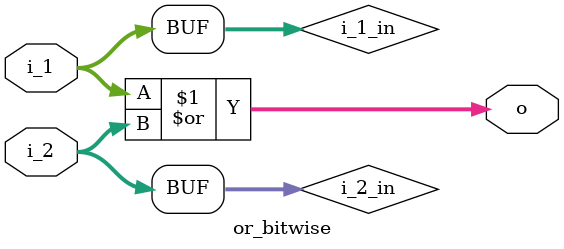
<source format=sv>

`include "or_bitwise_define.h"

module or_bitwise 
#(
  parameter WIDTH = 32
)
(
  input [WIDTH - 1:0] i_1,// Input 1
  input [WIDTH - 1:0] i_2,// Input 2  
  `ifdef OR_BITWISE_ENABLE_PIN
  input enable,
  `endif
  output [WIDTH - 1:0] o  // Output 
);

wire [WIDTH - 1:0] i_1_in;
wire [WIDTH - 1:0] i_2_in;

`ifdef OR_BITWISE_ENABLE_PIN
assign i_1_in = (enable) ? i_1 : {WIDTH{1'b0}};
assign i_2_in = (enable) ? i_2 : {WIDTH{1'b0}};
`else 
assign i_1_in = i_1;
assign i_2_in = i_2;
`endif 

assign o = i_1_in | i_2_in;

endmodule

</source>
